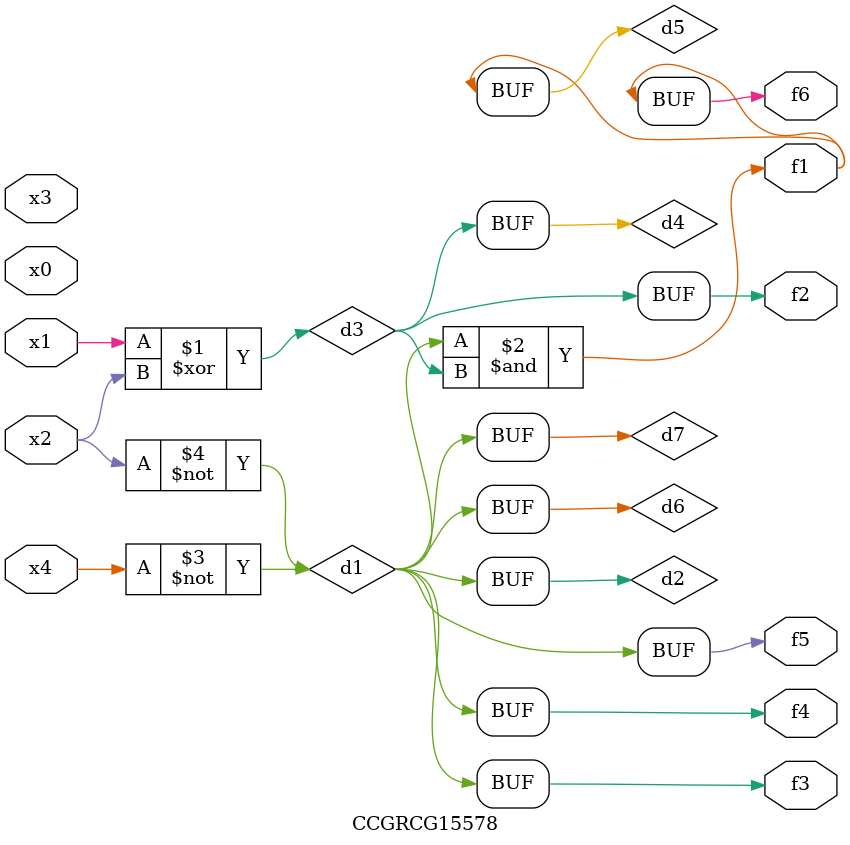
<source format=v>
module CCGRCG15578(
	input x0, x1, x2, x3, x4,
	output f1, f2, f3, f4, f5, f6
);

	wire d1, d2, d3, d4, d5, d6, d7;

	not (d1, x4);
	not (d2, x2);
	xor (d3, x1, x2);
	buf (d4, d3);
	and (d5, d1, d3);
	buf (d6, d1, d2);
	buf (d7, d2);
	assign f1 = d5;
	assign f2 = d4;
	assign f3 = d7;
	assign f4 = d7;
	assign f5 = d7;
	assign f6 = d5;
endmodule

</source>
